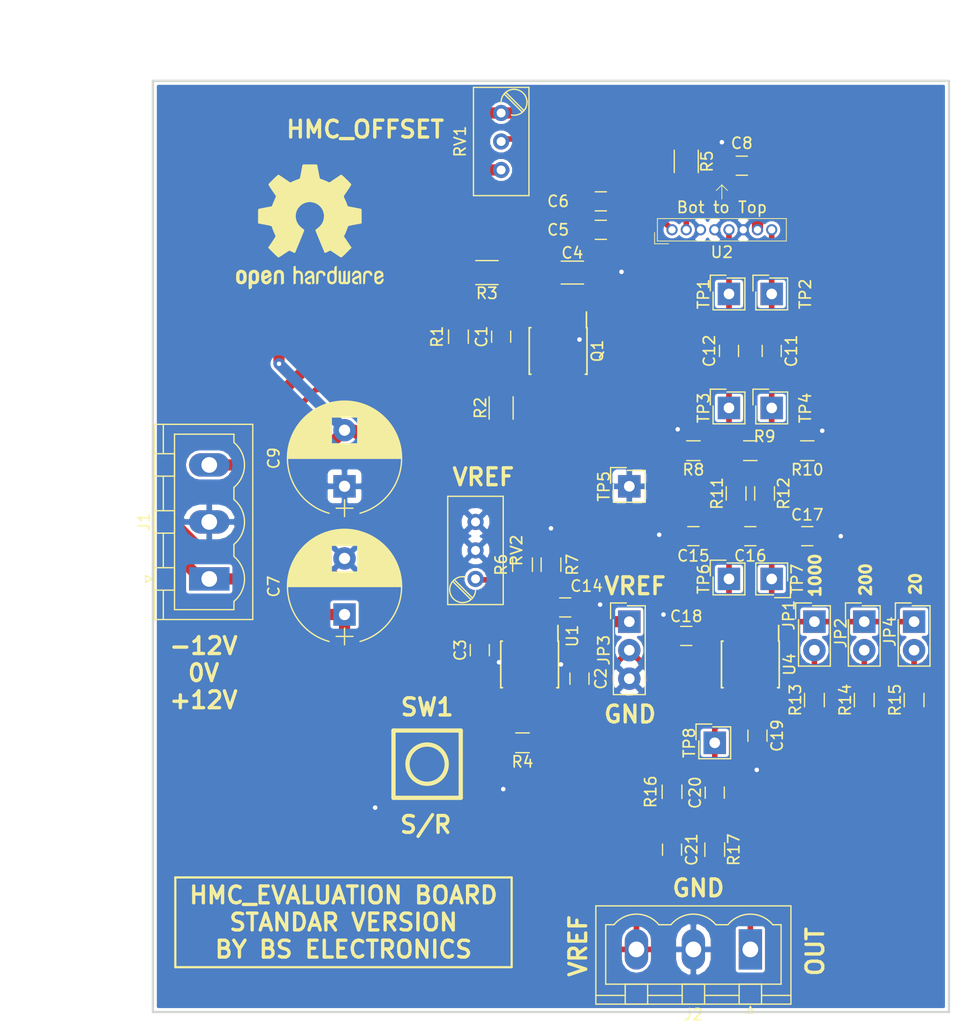
<source format=kicad_pcb>
(kicad_pcb (version 20171130) (host pcbnew "(5.0.2)-1")
  (layers (0 F.Cu signal) (31 B.Cu signal) (34 B.Paste user) (35 F.Paste user) (36 B.SilkS user) (37 F.SilkS user) (38 B.Mask user) (39 F.Mask user) (44 Edge.Cuts user))
  (net 0 "")
  (net 1 "Net-(C1-Pad2)")
  (net 2 "Net-(C1-Pad1)")
  (net 3 +12V)
  (net 4 GNDA)
  (net 5 -12V)
  (net 6 "Net-(C4-Pad1)")
  (net 7 "Net-(C5-Pad1)")
  (net 8 "Net-(C5-Pad2)")
  (net 9 "Net-(C11-Pad1)")
  (net 10 "Net-(C11-Pad2)")
  (net 11 "Net-(C12-Pad2)")
  (net 12 "Net-(C12-Pad1)")
  (net 13 "Net-(C14-Pad2)")
  (net 14 "Net-(C15-Pad1)")
  (net 15 "Net-(C16-Pad1)")
  (net 16 "Net-(C20-Pad1)")
  (net 17 "Net-(C20-Pad2)")
  (net 18 "Net-(C21-Pad1)")
  (net 19 "Net-(C21-Pad2)")
  (net 20 "Net-(JP1-Pad2)")
  (net 21 "Net-(JP1-Pad1)")
  (net 22 "Net-(JP2-Pad2)")
  (net 23 "Net-(JP3-Pad1)")
  (net 24 "Net-(JP4-Pad2)")
  (net 25 "Net-(R2-Pad1)")
  (net 26 "Net-(R4-Pad2)")
  (net 27 "Net-(R5-Pad2)")
  (net 28 "Net-(R5-Pad1)")
  (net 29 "Net-(R13-Pad1)")
  (module Capacitors_SMD:C_0805_HandSoldering (layer F.Cu) (at 134.493 34.29 180)
    (fp_text reference C8 (at 0 2 180) (layer F.SilkS))
    (fp_text value 100nF)
    (pad 1 smd rect (at -1.25 0 180) (size 1.5 1.25) (layers F.Cu F.Paste F.Mask) (net 3 +12V))
    (pad 2 smd rect (at 1.25 0 180) (size 1.5 1.25) (layers F.Cu F.Paste F.Mask) (net 4 GNDA))
  )
  (module Resistors_SMD:R_1206_HandSoldering (layer F.Cu) (at 129.54 33.909 270)
    (fp_text reference R5 (at 0 -1.85 270) (layer F.SilkS))
    (fp_text value 499R)
    (pad 2 smd rect (at 2 0 270) (size 2 1.7) (layers F.Cu F.Paste F.Mask) (net 27 "Net-(R5-Pad2)"))
    (pad 1 smd rect (at -2 0 270) (size 2 1.7) (layers F.Cu F.Paste F.Mask) (net 28 "Net-(R5-Pad1)"))
  )
  (module Potentiometers:Potentiometer_Trimmer_Bourns_3296W (layer F.Cu) (at 113.03 29.591 90)
    (fp_text reference RV1 (at -2.54 -3.66 90) (layer F.SilkS))
    (fp_text value R_POT)
    (pad 3 thru_hole circle (at -5.08 0 90) (size 1.44 1.44) (drill 0.8) (layers *.Cu *.Mask) (net 5 -12V))
    (pad 2 thru_hole circle (at -2.54 0 90) (size 1.44 1.44) (drill 0.8) (layers *.Cu *.Mask) (net 28 "Net-(R5-Pad1)"))
    (pad 1 thru_hole circle (at 0 0 90) (size 1.44 1.44) (drill 0.8) (layers *.Cu *.Mask) (net 3 +12V))
  )
  (module Capacitors_SMD:C_0805_HandSoldering (layer F.Cu) (at 113.03 49.53 90)
    (fp_text reference C1 (at 0 -1.75 90) (layer F.SilkS))
    (fp_text value 100nF)
    (pad 2 smd rect (at 1.25 0 90) (size 1.5 1.25) (layers F.Cu F.Paste F.Mask) (net 1 "Net-(C1-Pad2)"))
    (pad 1 smd rect (at -1.25 0 90) (size 1.5 1.25) (layers F.Cu F.Paste F.Mask) (net 2 "Net-(C1-Pad1)"))
  )
  (module Capacitors_SMD:C_0805_HandSoldering (layer F.Cu) (at 120.015 80.01 90)
    (fp_text reference C2 (at 0 1.905 90) (layer F.SilkS))
    (fp_text value 100nF)
    (pad 1 smd rect (at -1.25 0 90) (size 1.5 1.25) (layers F.Cu F.Paste F.Mask) (net 3 +12V))
    (pad 2 smd rect (at 1.25 0 90) (size 1.5 1.25) (layers F.Cu F.Paste F.Mask) (net 4 GNDA))
  )
  (module Capacitors_SMD:C_0805_HandSoldering (layer F.Cu) (at 111.125 77.47 90)
    (fp_text reference C3 (at 0 -1.75 90) (layer F.SilkS))
    (fp_text value 100nF)
    (pad 2 smd rect (at 1.25 0 90) (size 1.5 1.25) (layers F.Cu F.Paste F.Mask) (net 5 -12V))
    (pad 1 smd rect (at -1.25 0 90) (size 1.5 1.25) (layers F.Cu F.Paste F.Mask) (net 4 GNDA))
  )
  (module Capacitors_SMD:C_1206_HandSoldering (layer F.Cu) (at 119.38 43.815)
    (fp_text reference C4 (at 0 -1.75) (layer F.SilkS))
    (fp_text value "10uF 25V")
    (pad 2 smd rect (at 2 0) (size 2 1.6) (layers F.Cu F.Paste F.Mask) (net 4 GNDA))
    (pad 1 smd rect (at -2 0) (size 2 1.6) (layers F.Cu F.Paste F.Mask) (net 6 "Net-(C4-Pad1)"))
  )
  (module Capacitors_SMD:C_0805_HandSoldering (layer F.Cu) (at 121.92 40.005 180)
    (fp_text reference C5 (at 3.81 0 180) (layer F.SilkS))
    (fp_text value 470nF)
    (pad 1 smd rect (at -1.25 0 180) (size 1.5 1.25) (layers F.Cu F.Paste F.Mask) (net 7 "Net-(C5-Pad1)"))
    (pad 2 smd rect (at 1.25 0 180) (size 1.5 1.25) (layers F.Cu F.Paste F.Mask) (net 8 "Net-(C5-Pad2)"))
  )
  (module Capacitors_SMD:C_0805_HandSoldering (layer F.Cu) (at 121.92 37.465 180)
    (fp_text reference C6 (at 3.81 0 180) (layer F.SilkS))
    (fp_text value 470nF)
    (pad 2 smd rect (at 1.25 0 180) (size 1.5 1.25) (layers F.Cu F.Paste F.Mask) (net 8 "Net-(C5-Pad2)"))
    (pad 1 smd rect (at -1.25 0 180) (size 1.5 1.25) (layers F.Cu F.Paste F.Mask) (net 7 "Net-(C5-Pad1)"))
  )
  (module Capacitors_THT:CP_Radial_D10.0mm_P5.00mm (layer F.Cu) (at 99.06 74.295 90)
    (fp_text reference C7 (at 2.5 -6.31 90) (layer F.SilkS))
    (fp_text value "100uF 25V")
    (pad 2 thru_hole circle (at 5 0 90) (size 2 2) (drill 1) (layers *.Cu *.Mask) (net 4 GNDA))
    (pad 1 thru_hole rect (at 0 0 90) (size 2 2) (drill 1) (layers *.Cu *.Mask) (net 3 +12V))
  )
  (module Capacitors_THT:CP_Radial_D10.0mm_P5.00mm (layer F.Cu) (at 99.06 62.865 90)
    (fp_text reference C9 (at 2.5 -6.31 90) (layer F.SilkS))
    (fp_text value "100uF 25V")
    (pad 1 thru_hole rect (at 0 0 90) (size 2 2) (drill 1) (layers *.Cu *.Mask) (net 4 GNDA))
    (pad 2 thru_hole circle (at 5 0 90) (size 2 2) (drill 1) (layers *.Cu *.Mask) (net 5 -12V))
  )
  (module Capacitors_SMD:C_0805_HandSoldering (layer F.Cu) (at 137.16 50.8 270)
    (fp_text reference C11 (at 0 -1.75 270) (layer F.SilkS))
    (fp_text value TBD)
    (pad 1 smd rect (at -1.25 0 270) (size 1.5 1.25) (layers F.Cu F.Paste F.Mask) (net 9 "Net-(C11-Pad1)"))
    (pad 2 smd rect (at 1.25 0 270) (size 1.5 1.25) (layers F.Cu F.Paste F.Mask) (net 10 "Net-(C11-Pad2)"))
  )
  (module Capacitors_SMD:C_0805_HandSoldering (layer F.Cu) (at 133.35 50.8 90)
    (fp_text reference C12 (at 0 -1.75 90) (layer F.SilkS))
    (fp_text value TBD)
    (pad 2 smd rect (at 1.25 0 90) (size 1.5 1.25) (layers F.Cu F.Paste F.Mask) (net 11 "Net-(C12-Pad2)"))
    (pad 1 smd rect (at -1.25 0 90) (size 1.5 1.25) (layers F.Cu F.Paste F.Mask) (net 12 "Net-(C12-Pad1)"))
  )
  (module Capacitors_SMD:C_0805_HandSoldering (layer F.Cu) (at 118.745 73.66 180)
    (fp_text reference C14 (at -1.905 1.905 180) (layer F.SilkS))
    (fp_text value 100nF)
    (pad 2 smd rect (at 1.25 0 180) (size 1.5 1.25) (layers F.Cu F.Paste F.Mask) (net 13 "Net-(C14-Pad2)"))
    (pad 1 smd rect (at -1.25 0 180) (size 1.5 1.25) (layers F.Cu F.Paste F.Mask) (net 4 GNDA))
  )
  (module Capacitors_SMD:C_0805_HandSoldering (layer F.Cu) (at 130.175 67.31 180)
    (fp_text reference C15 (at 0 -1.75 180) (layer F.SilkS))
    (fp_text value TBD)
    (pad 1 smd rect (at -1.25 0 180) (size 1.5 1.25) (layers F.Cu F.Paste F.Mask) (net 14 "Net-(C15-Pad1)"))
    (pad 2 smd rect (at 1.25 0 180) (size 1.5 1.25) (layers F.Cu F.Paste F.Mask) (net 4 GNDA))
  )
  (module Capacitors_SMD:C_0805_HandSoldering (layer F.Cu) (at 135.255 67.31 180)
    (fp_text reference C16 (at 0 -1.75 180) (layer F.SilkS))
    (fp_text value TBD)
    (pad 2 smd rect (at 1.25 0 180) (size 1.5 1.25) (layers F.Cu F.Paste F.Mask) (net 14 "Net-(C15-Pad1)"))
    (pad 1 smd rect (at -1.25 0 180) (size 1.5 1.25) (layers F.Cu F.Paste F.Mask) (net 15 "Net-(C16-Pad1)"))
  )
  (module Capacitors_SMD:C_0805_HandSoldering (layer F.Cu) (at 140.335 67.31 180)
    (fp_text reference C17 (at 0 1.905 180) (layer F.SilkS))
    (fp_text value TBD)
    (pad 2 smd rect (at 1.25 0 180) (size 1.5 1.25) (layers F.Cu F.Paste F.Mask) (net 15 "Net-(C16-Pad1)"))
    (pad 1 smd rect (at -1.25 0 180) (size 1.5 1.25) (layers F.Cu F.Paste F.Mask) (net 4 GNDA))
  )
  (module Capacitors_SMD:C_0805_HandSoldering (layer F.Cu) (at 129.54 76.2)
    (fp_text reference C18 (at 0 -1.75) (layer F.SilkS))
    (fp_text value 100nF)
    (pad 1 smd rect (at -1.25 0) (size 1.5 1.25) (layers F.Cu F.Paste F.Mask) (net 4 GNDA))
    (pad 2 smd rect (at 1.25 0) (size 1.5 1.25) (layers F.Cu F.Paste F.Mask) (net 5 -12V))
  )
  (module Capacitors_SMD:C_0805_HandSoldering (layer F.Cu) (at 135.89 85.09 270)
    (fp_text reference C19 (at 0 -1.75 270) (layer F.SilkS))
    (fp_text value 100nF)
    (pad 2 smd rect (at 1.25 0 270) (size 1.5 1.25) (layers F.Cu F.Paste F.Mask) (net 4 GNDA))
    (pad 1 smd rect (at -1.25 0 270) (size 1.5 1.25) (layers F.Cu F.Paste F.Mask) (net 3 +12V))
  )
  (module Capacitors_SMD:C_0805_HandSoldering (layer F.Cu) (at 132.08 90.17 90)
    (fp_text reference C20 (at 0 -1.75 90) (layer F.SilkS))
    (fp_text value TBD)
    (pad 1 smd rect (at -1.25 0 90) (size 1.5 1.25) (layers F.Cu F.Paste F.Mask) (net 16 "Net-(C20-Pad1)"))
    (pad 2 smd rect (at 1.25 0 90) (size 1.5 1.25) (layers F.Cu F.Paste F.Mask) (net 17 "Net-(C20-Pad2)"))
  )
  (module Capacitors_SMD:C_0805_HandSoldering (layer F.Cu) (at 128.27 95.25 270)
    (fp_text reference C21 (at 0 -1.75 270) (layer F.SilkS))
    (fp_text value TBD)
    (pad 1 smd rect (at -1.25 0 270) (size 1.5 1.25) (layers F.Cu F.Paste F.Mask) (net 18 "Net-(C21-Pad1)"))
    (pad 2 smd rect (at 1.25 0 270) (size 1.5 1.25) (layers F.Cu F.Paste F.Mask) (net 19 "Net-(C21-Pad2)"))
  )
  (module Connectors_Phoenix:PhoenixContact_MSTBVA-G_03x5.08mm_Vertical (layer F.Cu) (at 86.995 71.12 90)
    (fp_text reference J1 (at 5.08 -5.8 90) (layer F.SilkS))
    (fp_text value Conn_01x03)
    (pad 3 thru_hole oval (at 10.16 0 90) (size 2.08 3.6) (drill 1.4) (layers *.Cu *.Mask) (net 5 -12V))
    (pad 2 thru_hole oval (at 5.08 0 90) (size 2.08 3.6) (drill 1.4) (layers *.Cu *.Mask) (net 4 GNDA))
    (pad 1 thru_hole rect (at 0 0 90) (size 2.08 3.6) (drill 1.4) (layers *.Cu *.Mask) (net 3 +12V))
  )
  (module Connectors_Phoenix:PhoenixContact_MSTBVA-G_03x5.08mm_Vertical (layer F.Cu) (at 135.255 104.14 180)
    (fp_text reference J2 (at 5.08 -5.8 180) (layer F.SilkS))
    (fp_text value Conn_01x03)
    (pad 1 thru_hole rect (at 0 0 180) (size 2.08 3.6) (drill 1.4) (layers *.Cu *.Mask) (net 19 "Net-(C21-Pad2)"))
    (pad 2 thru_hole oval (at 5.08 0 180) (size 2.08 3.6) (drill 1.4) (layers *.Cu *.Mask) (net 4 GNDA))
    (pad 3 thru_hole oval (at 10.16 0 180) (size 2.08 3.6) (drill 1.4) (layers *.Cu *.Mask) (net 18 "Net-(C21-Pad1)"))
  )
  (module Connectors_Samtec:SL-102-X-XX_1x02 (layer F.Cu) (at 140.97 74.93)
    (fp_text reference JP1 (at -2.286 -0.5715 90) (layer F.SilkS))
    (fp_text value Jumper)
    (pad 2 thru_hole circle (at 0 2.54) (size 2 2) (drill 0.95) (layers *.Cu *.Mask) (net 20 "Net-(JP1-Pad2)"))
    (pad 1 thru_hole rect (at 0 0) (size 2 2) (drill 0.95) (layers *.Cu *.Mask) (net 21 "Net-(JP1-Pad1)"))
  )
  (module Connectors_Samtec:SL-102-X-XX_1x02 (layer F.Cu) (at 145.415 74.93)
    (fp_text reference JP2 (at -2.0955 1.016 90) (layer F.SilkS))
    (fp_text value Jumper)
    (pad 1 thru_hole rect (at 0 0) (size 2 2) (drill 0.95) (layers *.Cu *.Mask) (net 21 "Net-(JP1-Pad1)"))
    (pad 2 thru_hole circle (at 0 2.54) (size 2 2) (drill 0.95) (layers *.Cu *.Mask) (net 22 "Net-(JP2-Pad2)"))
  )
  (module Connectors_Samtec:SL-103-X-XX_1x03 (layer F.Cu) (at 124.46 74.93)
    (fp_text reference JP3 (at -2.27 2.54 90) (layer F.SilkS))
    (fp_text value Jumper_NC_Dual)
    (pad 3 thru_hole circle (at 0 5.08) (size 2 2) (drill 0.95) (layers *.Cu *.Mask) (net 4 GNDA))
    (pad 2 thru_hole circle (at 0 2.54) (size 2 2) (drill 0.95) (layers *.Cu *.Mask) (net 18 "Net-(C21-Pad1)"))
    (pad 1 thru_hole rect (at 0 0) (size 2 2) (drill 0.95) (layers *.Cu *.Mask) (net 23 "Net-(JP3-Pad1)"))
  )
  (module Connectors_Samtec:SL-102-X-XX_1x02 (layer F.Cu) (at 149.86 74.93)
    (fp_text reference JP4 (at -2.159 0.889 90) (layer F.SilkS))
    (fp_text value Jumper)
    (pad 2 thru_hole circle (at 0 2.54) (size 2 2) (drill 0.95) (layers *.Cu *.Mask) (net 24 "Net-(JP4-Pad2)"))
    (pad 1 thru_hole rect (at 0 0) (size 2 2) (drill 0.95) (layers *.Cu *.Mask) (net 21 "Net-(JP1-Pad1)"))
  )
  (module Housings_SOIC:SOIC-8_3.9x4.9mm_Pitch1.27mm (layer F.Cu) (at 118.11 50.8 270)
    (fp_text reference Q1 (at 0 -3.5 270) (layer F.SilkS))
    (fp_text value IRF7319IPBF)
    (pad 8 smd rect (at 2.7 -1.905 270) (size 1.55 0.6) (layers F.Cu F.Paste F.Mask) (net 8 "Net-(C5-Pad2)"))
    (pad 7 smd rect (at 2.7 -0.635 270) (size 1.55 0.6) (layers F.Cu F.Paste F.Mask) (net 8 "Net-(C5-Pad2)"))
    (pad 6 smd rect (at 2.7 0.635 270) (size 1.55 0.6) (layers F.Cu F.Paste F.Mask) (net 8 "Net-(C5-Pad2)"))
    (pad 5 smd rect (at 2.7 1.905 270) (size 1.55 0.6) (layers F.Cu F.Paste F.Mask) (net 8 "Net-(C5-Pad2)"))
    (pad 4 smd rect (at -2.7 1.905 270) (size 1.55 0.6) (layers F.Cu F.Paste F.Mask) (net 1 "Net-(C1-Pad2)"))
    (pad 3 smd rect (at -2.7 0.635 270) (size 1.55 0.6) (layers F.Cu F.Paste F.Mask) (net 6 "Net-(C4-Pad1)"))
    (pad 2 smd rect (at -2.7 -0.635 270) (size 1.55 0.6) (layers F.Cu F.Paste F.Mask) (net 2 "Net-(C1-Pad1)"))
    (pad 1 smd rect (at -2.7 -1.905 270) (size 1.55 0.6) (layers F.Cu F.Paste F.Mask) (net 4 GNDA))
  )
  (module Resistors_SMD:R_0805_HandSoldering (layer F.Cu) (at 109.22 49.53 270)
    (fp_text reference R1 (at 0 1.905 270) (layer F.SilkS))
    (fp_text value 22K)
    (pad 2 smd rect (at 1.35 0 270) (size 1.5 1.3) (layers F.Cu F.Paste F.Mask) (net 3 +12V))
    (pad 1 smd rect (at -1.35 0 270) (size 1.5 1.3) (layers F.Cu F.Paste F.Mask) (net 1 "Net-(C1-Pad2)"))
  )
  (module Resistors_SMD:R_1206_HandSoldering (layer F.Cu) (at 113.03 55.88 90)
    (fp_text reference R2 (at 0 -1.85 90) (layer F.SilkS))
    (fp_text value 100R)
    (pad 2 smd rect (at 2 0 90) (size 2 1.7) (layers F.Cu F.Paste F.Mask) (net 2 "Net-(C1-Pad1)"))
    (pad 1 smd rect (at -2 0 90) (size 2 1.7) (layers F.Cu F.Paste F.Mask) (net 25 "Net-(R2-Pad1)"))
  )
  (module Resistors_SMD:R_1206_HandSoldering (layer F.Cu) (at 111.76 43.815 180)
    (fp_text reference R3 (at 0 -1.85 180) (layer F.SilkS))
    (fp_text value 200R)
    (pad 1 smd rect (at -2 0 180) (size 2 1.7) (layers F.Cu F.Paste F.Mask) (net 6 "Net-(C4-Pad1)"))
    (pad 2 smd rect (at 2 0 180) (size 2 1.7) (layers F.Cu F.Paste F.Mask) (net 3 +12V))
  )
  (module Resistors_SMD:R_0805_HandSoldering (layer F.Cu) (at 114.935 85.725 180)
    (fp_text reference R4 (at 0 -1.7 180) (layer F.SilkS))
    (fp_text value 1K)
    (pad 2 smd rect (at 1.35 0 180) (size 1.5 1.3) (layers F.Cu F.Paste F.Mask) (net 26 "Net-(R4-Pad2)"))
    (pad 1 smd rect (at -1.35 0 180) (size 1.5 1.3) (layers F.Cu F.Paste F.Mask) (net 3 +12V))
  )
  (module Resistors_SMD:R_0805_HandSoldering (layer F.Cu) (at 114.935 69.85 270)
    (fp_text reference R6 (at 0 1.905 270) (layer F.SilkS))
    (fp_text value R)
    (pad 1 smd rect (at -1.35 0 270) (size 1.5 1.3) (layers F.Cu F.Paste F.Mask) (net 3 +12V))
    (pad 2 smd rect (at 1.35 0 270) (size 1.5 1.3) (layers F.Cu F.Paste F.Mask) (net 13 "Net-(C14-Pad2)"))
  )
  (module Resistors_SMD:R_0805_HandSoldering (layer F.Cu) (at 117.475 69.85 90)
    (fp_text reference R7 (at 0 1.905 90) (layer F.SilkS))
    (fp_text value R)
    (pad 2 smd rect (at 1.35 0 90) (size 1.5 1.3) (layers F.Cu F.Paste F.Mask) (net 4 GNDA))
    (pad 1 smd rect (at -1.35 0 90) (size 1.5 1.3) (layers F.Cu F.Paste F.Mask) (net 13 "Net-(C14-Pad2)"))
  )
  (module Resistors_SMD:R_0805_HandSoldering (layer F.Cu) (at 130.175 59.69 180)
    (fp_text reference R8 (at 0 -1.7 180) (layer F.SilkS))
    (fp_text value R)
    (pad 1 smd rect (at -1.35 0 180) (size 1.5 1.3) (layers F.Cu F.Paste F.Mask) (net 12 "Net-(C12-Pad1)"))
    (pad 2 smd rect (at 1.35 0 180) (size 1.5 1.3) (layers F.Cu F.Paste F.Mask) (net 4 GNDA))
  )
  (module Resistors_SMD:R_0805_HandSoldering (layer F.Cu) (at 135.255 59.69 180)
    (fp_text reference R9 (at -1.27 1.27 180) (layer F.SilkS))
    (fp_text value R)
    (pad 1 smd rect (at -1.35 0 180) (size 1.5 1.3) (layers F.Cu F.Paste F.Mask) (net 10 "Net-(C11-Pad2)"))
    (pad 2 smd rect (at 1.35 0 180) (size 1.5 1.3) (layers F.Cu F.Paste F.Mask) (net 12 "Net-(C12-Pad1)"))
  )
  (module Resistors_SMD:R_0805_HandSoldering (layer F.Cu) (at 140.335 59.69 180)
    (fp_text reference R10 (at 0 -1.7 180) (layer F.SilkS))
    (fp_text value R)
    (pad 2 smd rect (at 1.35 0 180) (size 1.5 1.3) (layers F.Cu F.Paste F.Mask) (net 10 "Net-(C11-Pad2)"))
    (pad 1 smd rect (at -1.35 0 180) (size 1.5 1.3) (layers F.Cu F.Paste F.Mask) (net 4 GNDA))
  )
  (module Resistors_SMD:R_0805_HandSoldering (layer F.Cu) (at 133.985 63.5 90)
    (fp_text reference R11 (at 0 -1.7 90) (layer F.SilkS))
    (fp_text value R)
    (pad 2 smd rect (at 1.35 0 90) (size 1.5 1.3) (layers F.Cu F.Paste F.Mask) (net 12 "Net-(C12-Pad1)"))
    (pad 1 smd rect (at -1.35 0 90) (size 1.5 1.3) (layers F.Cu F.Paste F.Mask) (net 14 "Net-(C15-Pad1)"))
  )
  (module Resistors_SMD:R_0805_HandSoldering (layer F.Cu) (at 136.525 63.5 270)
    (fp_text reference R12 (at 0 -1.7 270) (layer F.SilkS))
    (fp_text value R)
    (pad 1 smd rect (at -1.35 0 270) (size 1.5 1.3) (layers F.Cu F.Paste F.Mask) (net 10 "Net-(C11-Pad2)"))
    (pad 2 smd rect (at 1.35 0 270) (size 1.5 1.3) (layers F.Cu F.Paste F.Mask) (net 15 "Net-(C16-Pad1)"))
  )
  (module Resistors_SMD:R_0805_HandSoldering (layer F.Cu) (at 140.97 81.915 90)
    (fp_text reference R13 (at 0 -1.7 90) (layer F.SilkS))
    (fp_text value 49.9)
    (pad 1 smd rect (at -1.35 0 90) (size 1.5 1.3) (layers F.Cu F.Paste F.Mask) (net 29 "Net-(R13-Pad1)"))
    (pad 2 smd rect (at 1.35 0 90) (size 1.5 1.3) (layers F.Cu F.Paste F.Mask) (net 20 "Net-(JP1-Pad2)"))
  )
  (module Resistors_SMD:R_0805_HandSoldering (layer F.Cu) (at 145.415 81.915 90)
    (fp_text reference R14 (at 0 -1.7 90) (layer F.SilkS))
    (fp_text value 249)
    (pad 1 smd rect (at -1.35 0 90) (size 1.5 1.3) (layers F.Cu F.Paste F.Mask) (net 29 "Net-(R13-Pad1)"))
    (pad 2 smd rect (at 1.35 0 90) (size 1.5 1.3) (layers F.Cu F.Paste F.Mask) (net 22 "Net-(JP2-Pad2)"))
  )
  (module Resistors_SMD:R_0805_HandSoldering (layer F.Cu) (at 149.86 81.915 90)
    (fp_text reference R15 (at 0 -1.7 90) (layer F.SilkS))
    (fp_text value 2.61k)
    (pad 2 smd rect (at 1.35 0 90) (size 1.5 1.3) (layers F.Cu F.Paste F.Mask) (net 24 "Net-(JP4-Pad2)"))
    (pad 1 smd rect (at -1.35 0 90) (size 1.5 1.3) (layers F.Cu F.Paste F.Mask) (net 29 "Net-(R13-Pad1)"))
  )
  (module Resistors_SMD:R_0805_HandSoldering (layer F.Cu) (at 128.27 90.09 270)
    (fp_text reference R16 (at 0 1.905 270) (layer F.SilkS))
    (fp_text value R)
    (pad 2 smd rect (at 1.35 0 270) (size 1.5 1.3) (layers F.Cu F.Paste F.Mask) (net 16 "Net-(C20-Pad1)"))
    (pad 1 smd rect (at -1.35 0 270) (size 1.5 1.3) (layers F.Cu F.Paste F.Mask) (net 18 "Net-(C21-Pad1)"))
  )
  (module Resistors_SMD:R_0805_HandSoldering (layer F.Cu) (at 132.08 95.25 270)
    (fp_text reference R17 (at 0 -1.7 270) (layer F.SilkS))
    (fp_text value R)
    (pad 1 smd rect (at -1.35 0 270) (size 1.5 1.3) (layers F.Cu F.Paste F.Mask) (net 16 "Net-(C20-Pad1)"))
    (pad 2 smd rect (at 1.35 0 270) (size 1.5 1.3) (layers F.Cu F.Paste F.Mask) (net 19 "Net-(C21-Pad2)"))
  )
  (module Potentiometers:Potentiometer_Trimmer_Bourns_3296W (layer F.Cu) (at 110.744 71.12 270)
    (fp_text reference RV2 (at -2.54 -3.66 270) (layer F.SilkS))
    (fp_text value R_POT)
    (pad 1 thru_hole circle (at 0 0 270) (size 1.44 1.44) (drill 0.8) (layers *.Cu *.Mask) (net 13 "Net-(C14-Pad2)"))
    (pad 2 thru_hole circle (at -2.54 0 270) (size 1.44 1.44) (drill 0.8) (layers *.Cu *.Mask) (net 4 GNDA))
    (pad 3 thru_hole circle (at -5.08 0 270) (size 1.44 1.44) (drill 0.8) (layers *.Cu *.Mask) (net 4 GNDA))
  )
  (module airsystems:FSM2JSMA (layer F.Cu) (at 106.426 87.63 270)
    (fp_text reference SW1 (at -5.08 0) (layer F.SilkS) (effects (font (size 1.524 1.524) (thickness 0.3048))))
    (fp_text value SW_Push hide)
    (pad 1 smd rect (at -2.25044 -4.54914 270) (size 1.39954 2.10058) (layers F.Cu F.Paste F.Mask) (net 26 "Net-(R4-Pad2)"))
    (pad 2 smd rect (at 2.25044 -4.54914 270) (size 1.39954 2.10058) (layers F.Cu F.Paste F.Mask) (net 4 GNDA))
    (pad 1 smd rect (at -2.25044 4.54914 270) (size 1.39954 2.10058) (layers F.Cu F.Paste F.Mask) (net 26 "Net-(R4-Pad2)"))
    (pad 2 smd rect (at 2.25044 4.54914 270) (size 1.39954 2.10058) (layers F.Cu F.Paste F.Mask) (net 4 GNDA))
  )
  (module Connectors_Samtec:SL-101-X-XX_1x01 (layer F.Cu) (at 133.35 45.72)
    (fp_text reference TP1 (at -2.27 0 90) (layer F.SilkS))
    (fp_text value TestPoint)
    (pad 1 thru_hole rect (at 0 0) (size 2 2) (drill 0.95) (layers *.Cu *.Mask) (net 11 "Net-(C12-Pad2)"))
  )
  (module Connectors_Samtec:SL-101-X-XX_1x01 (layer F.Cu) (at 137.16 45.72)
    (fp_text reference TP2 (at 3 0 90) (layer F.SilkS))
    (fp_text value TestPoint)
    (pad 1 thru_hole rect (at 0 0) (size 2 2) (drill 0.95) (layers *.Cu *.Mask) (net 9 "Net-(C11-Pad1)"))
  )
  (module Connectors_Samtec:SL-101-X-XX_1x01 (layer F.Cu) (at 133.35 55.88)
    (fp_text reference TP3 (at -2.27 0 90) (layer F.SilkS))
    (fp_text value TestPoint)
    (pad 1 thru_hole rect (at 0 0) (size 2 2) (drill 0.95) (layers *.Cu *.Mask) (net 12 "Net-(C12-Pad1)"))
  )
  (module Connectors_Samtec:SL-101-X-XX_1x01 (layer F.Cu) (at 137.16 55.88)
    (fp_text reference TP4 (at 3 0 90) (layer F.SilkS))
    (fp_text value TestPoint)
    (pad 1 thru_hole rect (at 0 0) (size 2 2) (drill 0.95) (layers *.Cu *.Mask) (net 10 "Net-(C11-Pad2)"))
  )
  (module Connectors_Samtec:SL-101-X-XX_1x01 (layer F.Cu) (at 124.46 62.865)
    (fp_text reference TP5 (at -2.27 0 90) (layer F.SilkS))
    (fp_text value TestPoint)
    (pad 1 thru_hole rect (at 0 0) (size 2 2) (drill 0.95) (layers *.Cu *.Mask) (net 4 GNDA))
  )
  (module Connectors_Samtec:SL-101-X-XX_1x01 (layer F.Cu) (at 133.35 71.12)
    (fp_text reference TP6 (at -2.27 0 90) (layer F.SilkS))
    (fp_text value TestPoint)
    (pad 1 thru_hole rect (at 0 0) (size 2 2) (drill 0.95) (layers *.Cu *.Mask) (net 14 "Net-(C15-Pad1)"))
  )
  (module Connectors_Samtec:SL-101-X-XX_1x01 (layer F.Cu) (at 137.16 71.12 180)
    (fp_text reference TP7 (at -2.27 0 270) (layer F.SilkS))
    (fp_text value TestPoint)
    (pad 1 thru_hole rect (at 0 0 180) (size 2 2) (drill 0.95) (layers *.Cu *.Mask) (net 15 "Net-(C16-Pad1)"))
  )
  (module Connectors_Samtec:SL-101-X-XX_1x01 (layer F.Cu) (at 132.08 85.725)
    (fp_text reference TP8 (at -2.27 0 90) (layer F.SilkS))
    (fp_text value TestPoint)
    (pad 1 thru_hole rect (at 0 0) (size 2 2) (drill 0.95) (layers *.Cu *.Mask) (net 17 "Net-(C20-Pad2)"))
  )
  (module Housings_SOIC:SOIC-8_3.9x4.9mm_Pitch1.27mm (layer F.Cu) (at 115.57 78.74 270)
    (fp_text reference U1 (at -2.54 -3.81 270) (layer F.SilkS))
    (fp_text value OPA2209)
    (pad 1 smd rect (at -2.7 -1.905 270) (size 1.55 0.6) (layers F.Cu F.Paste F.Mask) (net 23 "Net-(JP3-Pad1)"))
    (pad 2 smd rect (at -2.7 -0.635 270) (size 1.55 0.6) (layers F.Cu F.Paste F.Mask) (net 23 "Net-(JP3-Pad1)"))
    (pad 3 smd rect (at -2.7 0.635 270) (size 1.55 0.6) (layers F.Cu F.Paste F.Mask) (net 13 "Net-(C14-Pad2)"))
    (pad 4 smd rect (at -2.7 1.905 270) (size 1.55 0.6) (layers F.Cu F.Paste F.Mask) (net 5 -12V))
    (pad 5 smd rect (at 2.7 1.905 270) (size 1.55 0.6) (layers F.Cu F.Paste F.Mask) (net 26 "Net-(R4-Pad2)"))
    (pad 6 smd rect (at 2.7 0.635 270) (size 1.55 0.6) (layers F.Cu F.Paste F.Mask) (net 25 "Net-(R2-Pad1)"))
    (pad 7 smd rect (at 2.7 -0.635 270) (size 1.55 0.6) (layers F.Cu F.Paste F.Mask) (net 25 "Net-(R2-Pad1)"))
    (pad 8 smd rect (at 2.7 -1.905 270) (size 1.55 0.6) (layers F.Cu F.Paste F.Mask) (net 3 +12V))
  )
  (module MyLibKicad:HCM1001 (layer F.Cu) (at 132.715 40)
    (fp_text reference U2 (at 0 2) (layer F.SilkS))
    (fp_text value HMC1001)
    (fp_text user "Bot to Top" (at 0 -2) (layer F.SilkS))
    (pad 1 thru_hole circle (at -4.445 0) (size 1 1) (drill 0.65) (layers *.Cu *.Mask) (net 7 "Net-(C5-Pad1)"))
    (pad 2 thru_hole circle (at -3.175 0) (size 1 1) (drill 0.65) (layers *.Cu *.Mask) (net 27 "Net-(R5-Pad2)"))
    (pad 3 thru_hole circle (at -1.905 0) (size 1 1) (drill 0.65) (layers *.Cu *.Mask) (net 4 GNDA))
    (pad 4 thru_hole circle (at -0.635 0) (size 1 1) (drill 0.65) (layers *.Cu *.Mask) (net 4 GNDA))
    (pad 5 thru_hole circle (at 0.635 0) (size 1 1) (drill 0.65) (layers *.Cu *.Mask) (net 11 "Net-(C12-Pad2)"))
    (pad 6 thru_hole circle (at 1.905 0) (size 1 1) (drill 0.65) (layers *.Cu *.Mask) (net 4 GNDA))
    (pad 7 thru_hole circle (at 3.175 0) (size 1 1) (drill 0.65) (layers *.Cu *.Mask) (net 3 +12V))
    (pad 8 thru_hole circle (at 4.445 0) (size 1 1) (drill 0.65) (layers *.Cu *.Mask) (net 9 "Net-(C11-Pad1)"))
  )
  (module Housings_SOIC:SOIC-8_3.9x4.9mm_Pitch1.27mm (layer F.Cu) (at 135.255 78.74 270)
    (fp_text reference U4 (at 0 -3.5 90) (layer F.SilkS))
    (fp_text value INA128)
    (pad 8 smd rect (at 2.7 -1.905 270) (size 1.55 0.6) (layers F.Cu F.Paste F.Mask) (net 29 "Net-(R13-Pad1)"))
    (pad 7 smd rect (at 2.7 -0.635 270) (size 1.55 0.6) (layers F.Cu F.Paste F.Mask) (net 3 +12V))
    (pad 6 smd rect (at 2.7 0.635 270) (size 1.55 0.6) (layers F.Cu F.Paste F.Mask) (net 17 "Net-(C20-Pad2)"))
    (pad 5 smd rect (at 2.7 1.905 270) (size 1.55 0.6) (layers F.Cu F.Paste F.Mask) (net 18 "Net-(C21-Pad1)"))
    (pad 4 smd rect (at -2.7 1.905 270) (size 1.55 0.6) (layers F.Cu F.Paste F.Mask) (net 5 -12V))
    (pad 3 smd rect (at -2.7 0.635 270) (size 1.55 0.6) (layers F.Cu F.Paste F.Mask) (net 14 "Net-(C15-Pad1)"))
    (pad 2 smd rect (at -2.7 -0.635 270) (size 1.55 0.6) (layers F.Cu F.Paste F.Mask) (net 15 "Net-(C16-Pad1)"))
    (pad 1 smd rect (at -2.7 -1.905 270) (size 1.55 0.6) (layers F.Cu F.Paste F.Mask) (net 21 "Net-(JP1-Pad1)"))
  )
  (module Symbols:OSHW-Logo2_14.6x12mm_SilkScreen (layer F.Cu) (at 95.967 39.725)
    (fp_text reference REF*** hide)
    (fp_text value OSHW-Logo2_14.6x12mm_SilkScreen hide)
  )
  (gr_line (start 83.967 97.725) (end 84.967 97.725) (layer F.SilkS) (width 0.2))
  (gr_line (start 83.967 105.725) (end 83.967 97.725) (layer F.SilkS) (width 0.2))
  (gr_line (start 113.967 105.725) (end 83.967 105.725) (layer F.SilkS) (width 0.2))
  (gr_line (start 113.967 97.725) (end 113.967 105.725) (layer F.SilkS) (width 0.2))
  (gr_line (start 84.967 97.725) (end 113.967 97.725) (layer F.SilkS) (width 0.2))
  (gr_text "HMC_EVALUATION BOARD\nSTANDAR VERSION\nBY BS ELECTRONICS\n" (at 98.967 101.725) (layer F.SilkS) (effects (font (size 1.5 1.5) (thickness 0.3))))
  (gr_text VREF (at 124.968 71.755) (layer F.SilkS) (effects (font (size 1.5 1.5) (thickness 0.3))))
  (gr_text GND (at 124.5235 83.185) (layer F.SilkS) (effects (font (size 1.5 1.5) (thickness 0.3))))
  (gr_text VREF (at 119.888 103.8225 90) (layer F.SilkS) (effects (font (size 1.5 1.5) (thickness 0.3))))
  (gr_text GND (at 130.6195 98.679) (layer F.SilkS) (effects (font (size 1.5 1.5) (thickness 0.3))))
  (gr_text OUT (at 141.0335 104.3305 90) (layer F.SilkS) (effects (font (size 1.5 1.5) (thickness 0.3))))
  (gr_text VREF (at 111.4425 62.0395) (layer F.SilkS) (effects (font (size 1.5 1.5) (thickness 0.3))))
  (gr_text "-12V\n0V\n+12V" (at 86.487 79.502) (layer F.SilkS) (effects (font (size 1.5 1.5) (thickness 0.3))))
  (gr_text S/R (at 106.299 93.0275) (layer F.SilkS) (effects (font (size 1.5 1.5) (thickness 0.3))))
  (gr_text HMC_OFFSET (at 100.9015 31.0515) (layer F.SilkS) (effects (font (size 1.5 1.5) (thickness 0.3))))
  (gr_text 20 (at 149.987 71.5645 90) (layer F.SilkS) (effects (font (size 1 1) (thickness 0.25))))
  (gr_text 200 (at 145.542 71.1835 90) (layer F.SilkS) (effects (font (size 1 1) (thickness 0.25))))
  (gr_text 1000 (at 141.0335 70.8025 90) (layer F.SilkS) (effects (font (size 1 1) (thickness 0.25))))
  (gr_line (start 81.967 60.725) (end 81.967 109.725) (layer Edge.Cuts) (width 0.2))
  (gr_line (start 152.967 26.725) (end 123.967 26.725) (layer Edge.Cuts) (width 0.2))
  (gr_line (start 152.967 109.725) (end 152.967 26.725) (layer Edge.Cuts) (width 0.2))
  (gr_line (start 124.967 109.725) (end 152.967 109.725) (layer Edge.Cuts) (width 0.2))
  (gr_line (start 124.967 109.725) (end 81.967 109.725) (layer Edge.Cuts) (width 0.2))
  (gr_line (start 81.967 26.725) (end 123.967 26.725) (layer Edge.Cuts) (width 0.2))
  (gr_line (start 81.967 60.725) (end 81.967 26.725) (layer Edge.Cuts) (width 0.2))
  (segment (start 109.32 48.28) (end 109.22 48.18) (width 0.5) (layer F.Cu) (net 1))
  (segment (start 113.03 48.28) (end 109.32 48.28) (width 0.5) (layer F.Cu) (net 1))
  (segment (start 113.21 48.1) (end 113.03 48.28) (width 0.5) (layer F.Cu) (net 1))
  (segment (start 116.205 48.1) (end 113.21 48.1) (width 0.5) (layer F.Cu) (net 1))
  (segment (start 113.03 53.88) (end 113.03 50.78) (width 0.5) (layer F.Cu) (net 2))
  (segment (start 114.155 50.78) (end 114.389 50.546) (width 0.5) (layer F.Cu) (net 2))
  (segment (start 113.03 50.78) (end 114.155 50.78) (width 0.5) (layer F.Cu) (net 2))
  (segment (start 114.389 50.546) (end 117.856 50.546) (width 0.5) (layer F.Cu) (net 2))
  (segment (start 118.745 49.657) (end 118.745 48.1) (width 0.5) (layer F.Cu) (net 2))
  (segment (start 117.856 50.546) (end 118.745 49.657) (width 0.5) (layer F.Cu) (net 2))
  (segment (start 135.89 40) (end 135.89 37.211) (width 1) (layer F.Cu) (net 3))
  (segment (start 99.06 74.295) (end 94.488 74.295) (width 1) (layer F.Cu) (net 3))
  (segment (start 91.313 71.12) (end 86.995 71.12) (width 1) (layer F.Cu) (net 3))
  (segment (start 94.488 74.295) (end 91.313 71.12) (width 1) (layer F.Cu) (net 3))
  (segment (start 119.835 81.44) (end 120.015 81.26) (width 1) (layer F.Cu) (net 3))
  (segment (start 117.475 81.44) (end 119.835 81.44) (width 1) (layer F.Cu) (net 3))
  (segment (start 116.285 85.725) (end 118.618 85.725) (width 1) (layer F.Cu) (net 3))
  (segment (start 118.618 85.725) (end 120.015 84.328) (width 1) (layer F.Cu) (net 3))
  (segment (start 120.015 84.328) (end 120.015 81.26) (width 1) (layer F.Cu) (net 3))
  (segment (start 116.285 87.375) (end 115.522 88.138) (width 1) (layer F.Cu) (net 3))
  (segment (start 116.285 85.725) (end 116.285 87.375) (width 1) (layer F.Cu) (net 3))
  (segment (start 115.522 88.138) (end 113.538 88.138) (width 1) (layer F.Cu) (net 3))
  (segment (start 135.89 83.84) (end 135.89 81.44) (width 1) (layer F.Cu) (net 3))
  (segment (start 114.935 68.5) (end 114.935 68.4) (width 1) (layer F.Cu) (net 3))
  (segment (start 135.89 34.437) (end 135.743 34.29) (width 1) (layer F.Cu) (net 3))
  (segment (start 135.89 40) (end 135.89 34.437) (width 1) (layer F.Cu) (net 3))
  (segment (start 135.743 32.665) (end 132.669 29.591) (width 1) (layer F.Cu) (net 3))
  (segment (start 135.743 34.29) (end 135.743 32.665) (width 1) (layer F.Cu) (net 3))
  (segment (start 96.647 29.591) (end 94.996 31.242) (width 1) (layer F.Cu) (net 3))
  (segment (start 132.669 29.591) (end 96.647 29.591) (width 1) (layer F.Cu) (net 3))
  (segment (start 94.996 31.242) (end 95.758 30.48) (width 1) (layer F.Cu) (net 3))
  (segment (start 135.89 83.84) (end 137.515 83.84) (width 1) (layer F.Cu) (net 3))
  (segment (start 113.538 88.138) (end 107.569 88.138) (width 1) (layer F.Cu) (net 3))
  (segment (start 104.14 43.815) (end 109.76 43.815) (width 1) (layer F.Cu) (net 3))
  (segment (start 83.377989 55.433011) (end 83.693 55.118) (width 1) (layer F.Cu) (net 3))
  (segment (start 86.995 71.12) (end 86.235 71.12) (width 1) (layer F.Cu) (net 3))
  (segment (start 86.235 71.12) (end 83.377989 68.262989) (width 1) (layer F.Cu) (net 3))
  (segment (start 114.935 66.75) (end 115.443 66.242) (width 1) (layer F.Cu) (net 3))
  (segment (start 114.935 68.5) (end 114.935 66.75) (width 1) (layer F.Cu) (net 3))
  (segment (start 115.443 66.242) (end 115.443 56.642) (width 1) (layer F.Cu) (net 3))
  (segment (start 115.443 56.642) (end 114.681 55.88) (width 1) (layer F.Cu) (net 3))
  (segment (start 114.681 55.88) (end 111.633 55.88) (width 1) (layer F.Cu) (net 3))
  (segment (start 109.22 53.467) (end 109.22 50.88) (width 1) (layer F.Cu) (net 3))
  (segment (start 111.633 55.88) (end 109.22 53.467) (width 1) (layer F.Cu) (net 3))
  (segment (start 107.57 50.88) (end 107.49 50.8) (width 1) (layer F.Cu) (net 3))
  (segment (start 109.22 50.88) (end 107.57 50.88) (width 1) (layer F.Cu) (net 3))
  (segment (start 103.759 50.8) (end 100.457 47.498) (width 1) (layer F.Cu) (net 3))
  (segment (start 107.49 50.8) (end 103.759 50.8) (width 1) (layer F.Cu) (net 3))
  (segment (start 92.837 55.118) (end 100.457 47.498) (width 1) (layer F.Cu) (net 3))
  (segment (start 100.457 47.498) (end 104.14 43.815) (width 1) (layer F.Cu) (net 3))
  (segment (start 83.377989 42.860011) (end 96.647 29.591) (width 1) (layer F.Cu) (net 3))
  (segment (start 83.377989 68.262989) (end 83.377989 57.658) (width 1) (layer F.Cu) (net 3))
  (segment (start 83.377989 57.658) (end 83.377989 55.433011) (width 1) (layer F.Cu) (net 3))
  (segment (start 83.504989 55.118) (end 83.377989 54.991) (width 1) (layer F.Cu) (net 3))
  (segment (start 84.328 55.118) (end 83.504989 55.118) (width 1) (layer F.Cu) (net 3))
  (segment (start 83.377989 54.991) (end 83.377989 42.860011) (width 1) (layer F.Cu) (net 3))
  (segment (start 83.377989 57.658) (end 83.377989 54.991) (width 1) (layer F.Cu) (net 3))
  (segment (start 83.693 55.118) (end 84.328 55.118) (width 1) (layer F.Cu) (net 3))
  (segment (start 84.328 55.118) (end 92.837 55.118) (width 1) (layer F.Cu) (net 3))
  (segment (start 99.06 74.295) (end 99.06 79.883) (width 1) (layer F.Cu) (net 3))
  (segment (start 139.954 86.279) (end 137.515 83.84) (width 1) (layer F.Cu) (net 3))
  (segment (start 139.954 105.791) (end 139.954 86.279) (width 1) (layer F.Cu) (net 3))
  (segment (start 138.049 107.696) (end 139.954 105.791) (width 1) (layer F.Cu) (net 3))
  (segment (start 107.95 107.696) (end 138.049 107.696) (width 1) (layer F.Cu) (net 3))
  (segment (start 99.06 98.806) (end 107.95 107.696) (width 1) (layer F.Cu) (net 3))
  (segment (start 104.775 88.138) (end 99.06 88.138) (width 1) (layer F.Cu) (net 3))
  (segment (start 99.06 88.138) (end 99.06 98.806) (width 1) (layer F.Cu) (net 3))
  (segment (start 99.06 79.883) (end 99.06 88.138) (width 1) (layer F.Cu) (net 3))
  (segment (start 107.569 88.138) (end 104.775 88.138) (width 1) (layer F.Cu) (net 3))
  (via (at 132.715 32.1945) (size 0.8) (drill 0.4) (layers F.Cu B.Cu) (net 4))
  (segment (start 133.243 34.29) (end 133.243 32.7225) (width 1) (layer F.Cu) (net 4))
  (segment (start 133.243 32.7225) (end 132.715 32.1945) (width 1) (layer F.Cu) (net 4))
  (via (at 128.778 57.785) (size 0.8) (drill 0.4) (layers F.Cu B.Cu) (net 4))
  (segment (start 128.825 59.69) (end 128.825 57.832) (width 1) (layer F.Cu) (net 4))
  (segment (start 128.825 57.832) (end 128.778 57.785) (width 1) (layer F.Cu) (net 4))
  (via (at 141.6685 57.912) (size 0.8) (drill 0.4) (layers F.Cu B.Cu) (net 4))
  (segment (start 141.685 59.69) (end 141.685 57.9285) (width 1) (layer F.Cu) (net 4))
  (segment (start 141.685 57.9285) (end 141.6685 57.912) (width 1) (layer F.Cu) (net 4))
  (via (at 123.7615 43.7515) (size 0.8) (drill 0.4) (layers F.Cu B.Cu) (net 4))
  (segment (start 121.38 43.815) (end 123.698 43.815) (width 1) (layer F.Cu) (net 4))
  (segment (start 123.698 43.815) (end 123.7615 43.7515) (width 1) (layer F.Cu) (net 4))
  (via (at 120.015 49.784) (size 0.8) (drill 0.4) (layers F.Cu B.Cu) (net 4))
  (segment (start 120.015 48.1) (end 120.015 49.784) (width 1) (layer F.Cu) (net 4))
  (via (at 117.475 66.6115) (size 0.8) (drill 0.4) (layers F.Cu B.Cu) (net 4))
  (segment (start 117.475 68.5) (end 117.475 66.6115) (width 1) (layer F.Cu) (net 4))
  (via (at 121.8565 73.406) (size 0.8) (drill 0.4) (layers F.Cu B.Cu) (net 4))
  (segment (start 119.995 73.66) (end 121.6025 73.66) (width 1) (layer F.Cu) (net 4))
  (segment (start 121.6025 73.66) (end 121.8565 73.406) (width 1) (layer F.Cu) (net 4))
  (via (at 118.364 78.74) (size 0.8) (drill 0.4) (layers F.Cu B.Cu) (net 4))
  (segment (start 120.015 78.76) (end 118.384 78.76) (width 1) (layer F.Cu) (net 4))
  (segment (start 118.384 78.76) (end 118.364 78.74) (width 1) (layer F.Cu) (net 4))
  (via (at 113.2205 89.8525) (size 0.8) (drill 0.4) (layers F.Cu B.Cu) (net 4))
  (segment (start 110.97514 89.88044) (end 113.19256 89.88044) (width 1) (layer F.Cu) (net 4))
  (segment (start 113.19256 89.88044) (end 113.2205 89.8525) (width 1) (layer F.Cu) (net 4))
  (via (at 101.7905 91.5035) (size 0.8) (drill 0.4) (layers F.Cu B.Cu) (net 4))
  (segment (start 101.87686 89.88044) (end 101.87686 91.41714) (width 1) (layer F.Cu) (net 4))
  (segment (start 101.87686 91.41714) (end 101.7905 91.5035) (width 1) (layer F.Cu) (net 4))
  (via (at 135.8265 88.138) (size 0.8) (drill 0.4) (layers F.Cu B.Cu) (net 4))
  (segment (start 135.89 86.34) (end 135.89 88.0745) (width 1) (layer F.Cu) (net 4))
  (segment (start 135.89 88.0745) (end 135.8265 88.138) (width 1) (layer F.Cu) (net 4))
  (via (at 127.508 74.295) (size 0.8) (drill 0.4) (layers F.Cu B.Cu) (net 4))
  (segment (start 128.29 76.2) (end 128.29 75.077) (width 1) (layer F.Cu) (net 4))
  (segment (start 128.29 75.077) (end 127.508 74.295) (width 1) (layer F.Cu) (net 4))
  (via (at 143.3195 67.31) (size 0.8) (drill 0.4) (layers F.Cu B.Cu) (net 4))
  (segment (start 141.585 67.31) (end 143.3195 67.31) (width 1) (layer F.Cu) (net 4))
  (via (at 127.127 67.183) (size 0.8) (drill 0.4) (layers F.Cu B.Cu) (net 4))
  (segment (start 128.925 67.31) (end 127.254 67.31) (width 1) (layer F.Cu) (net 4))
  (segment (start 127.254 67.31) (end 127.127 67.183) (width 1) (layer F.Cu) (net 4))
  (via (at 112.8395 78.5495) (size 0.8) (drill 0.4) (layers F.Cu B.Cu) (net 4))
  (segment (start 111.125 78.72) (end 112.669 78.72) (width 1) (layer F.Cu) (net 4))
  (segment (start 112.669 78.72) (end 112.8395 78.5495) (width 1) (layer F.Cu) (net 4))
  (segment (start 95.965 60.96) (end 99.06 57.865) (width 1) (layer F.Cu) (net 5))
  (segment (start 86.995 60.96) (end 95.965 60.96) (width 1) (layer F.Cu) (net 5))
  (segment (start 113.665 76.04) (end 111.305 76.04) (width 1) (layer F.Cu) (net 5))
  (segment (start 111.305 76.04) (end 111.125 76.22) (width 1) (layer F.Cu) (net 5))
  (segment (start 133.35 76.04) (end 130.95 76.04) (width 1) (layer F.Cu) (net 5))
  (segment (start 130.95 76.04) (end 130.79 76.2) (width 1) (layer F.Cu) (net 5))
  (segment (start 99.902 57.865) (end 99.06 57.865) (width 1) (layer F.Cu) (net 5))
  (segment (start 105.283 63.246) (end 99.902 57.865) (width 1) (layer F.Cu) (net 5))
  (segment (start 111.125 76.22) (end 107.208 76.22) (width 1) (layer F.Cu) (net 5))
  (segment (start 105.283 74.295) (end 105.283 69.596) (width 1) (layer F.Cu) (net 5))
  (segment (start 107.208 76.22) (end 105.283 74.295) (width 1) (layer F.Cu) (net 5))
  (segment (start 105.283 69.596) (end 105.283 66.548) (width 1) (layer F.Cu) (net 5))
  (segment (start 105.283 66.548) (end 105.283 63.246) (width 1) (layer F.Cu) (net 5))
  (segment (start 130.79 76.2) (end 130.79 73.005) (width 1) (layer F.Cu) (net 5))
  (segment (start 109.601 63.246) (end 110.998 63.246) (width 0.5) (layer F.Cu) (net 5))
  (segment (start 113.157 68.932002) (end 114.046 69.821002) (width 0.5) (layer F.Cu) (net 5))
  (segment (start 127.606002 69.821002) (end 129.032 71.247) (width 0.5) (layer F.Cu) (net 5))
  (segment (start 130.79 73.005) (end 129.032 71.247) (width 1) (layer F.Cu) (net 5))
  (segment (start 110.998 63.246) (end 113.157 65.405) (width 1) (layer F.Cu) (net 5))
  (segment (start 108.839 63.246) (end 110.998 63.246) (width 1) (layer F.Cu) (net 5))
  (segment (start 109.601 63.246) (end 108.839 63.246) (width 1) (layer F.Cu) (net 5))
  (segment (start 108.839 63.246) (end 105.283 63.246) (width 1) (layer F.Cu) (net 5))
  (segment (start 113.157 65.405) (end 113.157 68.932002) (width 1) (layer F.Cu) (net 5))
  (segment (start 130.79 73.005) (end 127.606002 69.821002) (width 1) (layer F.Cu) (net 5))
  (segment (start 127.606002 69.821002) (end 118.999 69.821002) (width 1) (layer F.Cu) (net 5))
  (segment (start 114.046 69.821002) (end 118.999 69.821002) (width 0.5) (layer F.Cu) (net 5))
  (via (at 93.218 51.943) (size 0.8) (drill 0.4) (layers F.Cu B.Cu) (net 5))
  (segment (start 99.06 57.865) (end 99.06 57.785) (width 1) (layer B.Cu) (net 5))
  (segment (start 99.06 57.785) (end 93.218 51.943) (width 1) (layer B.Cu) (net 5))
  (segment (start 93.218 44.831) (end 93.218 51.943) (width 1) (layer F.Cu) (net 5))
  (segment (start 93.218 44.831) (end 93.218 43.561) (width 1) (layer F.Cu) (net 5))
  (segment (start 102.108 34.671) (end 113.284 34.671) (width 1) (layer F.Cu) (net 5))
  (segment (start 93.218 43.561) (end 102.108 34.671) (width 1) (layer F.Cu) (net 5))
  (segment (start 117.475 43.91) (end 117.38 43.815) (width 0.5) (layer F.Cu) (net 6))
  (segment (start 117.475 48.1) (end 117.475 43.91) (width 0.5) (layer F.Cu) (net 6))
  (segment (start 117.38 43.815) (end 113.76 43.815) (width 0.5) (layer F.Cu) (net 6))
  (segment (start 123.17 40.005) (end 123.17 38.735) (width 0.5) (layer F.Cu) (net 7))
  (segment (start 123.17 38.735) (end 123.17 37.465) (width 0.5) (layer F.Cu) (net 7))
  (segment (start 127.005 38.735) (end 128.27 40) (width 0.5) (layer F.Cu) (net 7))
  (segment (start 124.714 38.735) (end 127.005 38.735) (width 0.5) (layer F.Cu) (net 7))
  (segment (start 123.17 38.735) (end 124.714 38.735) (width 0.5) (layer F.Cu) (net 7))
  (segment (start 124.714 38.735) (end 125.095 38.735) (width 0.5) (layer F.Cu) (net 7))
  (segment (start 116.205 53.5) (end 117.475 53.5) (width 0.5) (layer F.Cu) (net 8))
  (segment (start 117.475 53.5) (end 118.745 53.5) (width 0.5) (layer F.Cu) (net 8))
  (segment (start 118.745 53.5) (end 120.015 53.5) (width 0.5) (layer F.Cu) (net 8))
  (segment (start 120.67 40.005) (end 120.67 37.465) (width 0.5) (layer F.Cu) (net 8))
  (segment (start 120.67 41.13) (end 119.507 42.293) (width 0.5) (layer F.Cu) (net 8))
  (segment (start 120.67 40.005) (end 120.67 41.13) (width 0.5) (layer F.Cu) (net 8))
  (segment (start 119.507 45.706998) (end 121.793 47.992998) (width 0.5) (layer F.Cu) (net 8))
  (segment (start 119.507 42.293) (end 119.507 45.706998) (width 0.5) (layer F.Cu) (net 8))
  (segment (start 121.793 47.992998) (end 121.793 53.086) (width 0.5) (layer F.Cu) (net 8))
  (segment (start 121.379 53.5) (end 120.015 53.5) (width 0.5) (layer F.Cu) (net 8))
  (segment (start 121.793 53.086) (end 121.379 53.5) (width 0.5) (layer F.Cu) (net 8))
  (segment (start 137.16 44.22) (end 137.16 40) (width 0.5) (layer F.Cu) (net 9))
  (segment (start 137.16 45.72) (end 137.16 44.22) (width 0.5) (layer F.Cu) (net 9))
  (segment (start 137.16 45.72) (end 137.16 49.55) (width 0.5) (layer F.Cu) (net 9))
  (segment (start 137.16 55.88) (end 137.16 52.05) (width 0.5) (layer F.Cu) (net 10))
  (segment (start 136.605 59.69) (end 136.605 58.54) (width 0.5) (layer F.Cu) (net 10))
  (segment (start 137.16 57.985) (end 136.605 58.54) (width 0.5) (layer F.Cu) (net 10))
  (segment (start 137.16 55.88) (end 137.16 57.985) (width 0.5) (layer F.Cu) (net 10))
  (segment (start 136.605 59.69) (end 138.985 59.69) (width 0.5) (layer F.Cu) (net 10))
  (segment (start 136.605 62.07) (end 136.525 62.15) (width 0.5) (layer F.Cu) (net 10))
  (segment (start 136.605 59.69) (end 136.605 62.07) (width 0.5) (layer F.Cu) (net 10))
  (segment (start 133.35 44.22) (end 133.35 40) (width 0.5) (layer F.Cu) (net 11))
  (segment (start 133.35 45.72) (end 133.35 44.22) (width 0.5) (layer F.Cu) (net 11))
  (segment (start 133.35 49.55) (end 133.35 45.72) (width 0.5) (layer F.Cu) (net 11))
  (segment (start 133.35 52.05) (end 133.35 55.88) (width 0.5) (layer F.Cu) (net 12))
  (segment (start 133.905 59.69) (end 133.905 58.467) (width 0.5) (layer F.Cu) (net 12))
  (segment (start 133.35 57.912) (end 133.35 55.88) (width 0.5) (layer F.Cu) (net 12))
  (segment (start 133.905 58.467) (end 133.35 57.912) (width 0.5) (layer F.Cu) (net 12))
  (segment (start 133.905 59.69) (end 131.525 59.69) (width 0.5) (layer F.Cu) (net 12))
  (segment (start 133.905 62.07) (end 133.985 62.15) (width 0.5) (layer F.Cu) (net 12))
  (segment (start 133.905 59.69) (end 133.905 62.07) (width 0.5) (layer F.Cu) (net 12))
  (segment (start 117.475 71.2) (end 114.935 71.2) (width 0.5) (layer F.Cu) (net 13))
  (segment (start 117.475 73.64) (end 117.495 73.66) (width 0.5) (layer F.Cu) (net 13))
  (segment (start 117.475 71.2) (end 117.475 73.64) (width 0.5) (layer F.Cu) (net 13))
  (segment (start 114.935 76.04) (end 114.935 74.765) (width 0.5) (layer F.Cu) (net 13))
  (segment (start 116.04 73.66) (end 117.495 73.66) (width 0.5) (layer F.Cu) (net 13))
  (segment (start 114.935 74.765) (end 116.04 73.66) (width 0.5) (layer F.Cu) (net 13))
  (segment (start 110.824 71.2) (end 110.744 71.12) (width 0.5) (layer F.Cu) (net 13))
  (segment (start 114.935 71.2) (end 110.824 71.2) (width 0.5) (layer F.Cu) (net 13))
  (segment (start 133.985 67.29) (end 134.005 67.31) (width 0.5) (layer F.Cu) (net 14))
  (segment (start 133.985 64.85) (end 133.985 67.29) (width 0.5) (layer F.Cu) (net 14))
  (segment (start 134.005 67.31) (end 131.425 67.31) (width 0.5) (layer F.Cu) (net 14))
  (segment (start 133.35 69.09) (end 133.35 71.12) (width 0.5) (layer F.Cu) (net 14))
  (segment (start 134.005 67.31) (end 134.005 68.435) (width 0.5) (layer F.Cu) (net 14))
  (segment (start 134.005 68.435) (end 133.35 69.09) (width 0.5) (layer F.Cu) (net 14))
  (segment (start 134.62 76.04) (end 134.62 73.9775) (width 0.5) (layer F.Cu) (net 14))
  (segment (start 133.35 72.7075) (end 133.35 71.12) (width 0.5) (layer F.Cu) (net 14))
  (segment (start 134.62 73.9775) (end 133.35 72.7075) (width 0.5) (layer F.Cu) (net 14))
  (segment (start 136.505 64.87) (end 136.525 64.85) (width 0.5) (layer F.Cu) (net 15))
  (segment (start 136.505 67.31) (end 136.505 64.87) (width 0.5) (layer F.Cu) (net 15))
  (segment (start 136.505 67.31) (end 139.085 67.31) (width 0.5) (layer F.Cu) (net 15))
  (segment (start 137.16 69.09) (end 137.16 71.12) (width 0.5) (layer F.Cu) (net 15))
  (segment (start 136.505 67.31) (end 136.505 68.435) (width 0.5) (layer F.Cu) (net 15))
  (segment (start 136.505 68.435) (end 137.16 69.09) (width 0.5) (layer F.Cu) (net 15))
  (segment (start 137.16 72.62) (end 137.16 71.12) (width 0.5) (layer F.Cu) (net 15))
  (segment (start 135.89 73.89) (end 137.16 72.62) (width 0.5) (layer F.Cu) (net 15))
  (segment (start 135.89 76.04) (end 135.89 73.89) (width 0.5) (layer F.Cu) (net 15))
  (segment (start 132.08 91.42) (end 132.08 93.9) (width 0.5) (layer F.Cu) (net 16))
  (segment (start 128.29 91.42) (end 128.27 91.44) (width 0.5) (layer F.Cu) (net 16))
  (segment (start 132.08 91.42) (end 128.29 91.42) (width 0.5) (layer F.Cu) (net 16))
  (segment (start 132.08 84.455) (end 132.08 85.725) (width 0.5) (layer F.Cu) (net 17))
  (segment (start 132.08 88.92) (end 132.08 85.725) (width 0.5) (layer F.Cu) (net 17))
  (segment (start 133.896 83.439) (end 133.096 83.439) (width 0.5) (layer F.Cu) (net 17))
  (segment (start 134.62 82.715) (end 133.896 83.439) (width 0.5) (layer F.Cu) (net 17))
  (segment (start 134.62 81.44) (end 134.62 82.715) (width 0.5) (layer F.Cu) (net 17))
  (segment (start 133.096 83.439) (end 132.08 84.455) (width 0.5) (layer F.Cu) (net 17))
  (segment (start 125.459999 78.469999) (end 127.745999 78.469999) (width 0.5) (layer F.Cu) (net 18))
  (segment (start 124.46 77.47) (end 125.459999 78.469999) (width 0.5) (layer F.Cu) (net 18))
  (segment (start 130.716 81.44) (end 133.35 81.44) (width 0.5) (layer F.Cu) (net 18))
  (segment (start 128.27 80.899) (end 128.27 88.74) (width 0.5) (layer F.Cu) (net 18))
  (segment (start 129.2225 79.9465) (end 128.27 80.899) (width 0.5) (layer F.Cu) (net 18))
  (segment (start 127.745999 78.469999) (end 129.2225 79.9465) (width 0.5) (layer F.Cu) (net 18))
  (segment (start 129.2225 79.9465) (end 130.716 81.44) (width 0.5) (layer F.Cu) (net 18))
  (segment (start 128.27 94) (end 128.27 93.875) (width 0.5) (layer F.Cu) (net 18))
  (segment (start 128.27 93.875) (end 128.248 93.853) (width 0.5) (layer F.Cu) (net 18))
  (segment (start 128.248 93.853) (end 126.873 93.853) (width 0.5) (layer F.Cu) (net 18))
  (segment (start 126.873 93.853) (end 126.111 93.091) (width 0.5) (layer F.Cu) (net 18))
  (segment (start 126.111 93.091) (end 126.111 89.281) (width 0.5) (layer F.Cu) (net 18))
  (segment (start 126.652 88.74) (end 128.27 88.74) (width 0.5) (layer F.Cu) (net 18))
  (segment (start 126.111 89.281) (end 126.652 88.74) (width 0.5) (layer F.Cu) (net 18))
  (segment (start 128.37 96.6) (end 128.27 96.5) (width 0.5) (layer F.Cu) (net 19))
  (segment (start 132.08 96.6) (end 128.37 96.6) (width 0.5) (layer F.Cu) (net 19))
  (segment (start 135.255 99.875) (end 135.255 104.14) (width 0.5) (layer F.Cu) (net 19))
  (segment (start 132.08 96.6) (end 132.08 96.7) (width 0.5) (layer F.Cu) (net 19))
  (segment (start 132.08 96.7) (end 135.255 99.875) (width 0.5) (layer F.Cu) (net 19))
  (segment (start 140.97 80.565) (end 140.97 77.47) (width 0.5) (layer F.Cu) (net 20))
  (segment (start 138.36 76.04) (end 137.16 76.04) (width 0.5) (layer F.Cu) (net 21))
  (segment (start 140.97 74.93) (end 139.47 74.93) (width 0.5) (layer F.Cu) (net 21))
  (segment (start 139.47 74.93) (end 138.36 76.04) (width 0.5) (layer F.Cu) (net 21))
  (segment (start 140.97 74.93) (end 145.415 74.93) (width 0.5) (layer F.Cu) (net 21))
  (segment (start 145.415 74.93) (end 149.86 74.93) (width 0.5) (layer F.Cu) (net 21))
  (segment (start 145.415 80.565) (end 145.415 77.47) (width 0.5) (layer F.Cu) (net 22))
  (segment (start 117.475 76.04) (end 120.8735 76.04) (width 1) (layer F.Cu) (net 23))
  (segment (start 121.9835 74.93) (end 124.46 74.93) (width 1) (layer F.Cu) (net 23))
  (segment (start 120.8735 76.04) (end 121.9835 74.93) (width 1) (layer F.Cu) (net 23))
  (segment (start 117.475 76.04) (end 116.205 76.04) (width 1) (layer F.Cu) (net 23))
  (segment (start 149.86 80.565) (end 149.86 77.47) (width 0.5) (layer F.Cu) (net 24))
  (segment (start 116.205 81.44) (end 114.935 81.44) (width 0.5) (layer F.Cu) (net 25))
  (segment (start 93.599 57.15) (end 96.52 54.229) (width 0.5) (layer F.Cu) (net 25))
  (segment (start 86.741 57.15) (end 93.599 57.15) (width 0.5) (layer F.Cu) (net 25))
  (segment (start 84.328 59.563) (end 86.741 57.15) (width 0.5) (layer F.Cu) (net 25))
  (segment (start 84.328 66.240192) (end 84.328 59.563) (width 0.5) (layer F.Cu) (net 25))
  (segment (start 86.540808 68.453) (end 84.328 66.240192) (width 0.5) (layer F.Cu) (net 25))
  (segment (start 96.071998 68.453) (end 86.540808 68.453) (width 0.5) (layer F.Cu) (net 25))
  (segment (start 114.935 80.264) (end 114.554 79.883) (width 0.5) (layer F.Cu) (net 25))
  (segment (start 108.172 57.88) (end 113.03 57.88) (width 0.5) (layer F.Cu) (net 25))
  (segment (start 96.52 54.229) (end 104.521 54.229) (width 0.5) (layer F.Cu) (net 25))
  (segment (start 114.935 81.44) (end 114.935 80.264) (width 0.5) (layer F.Cu) (net 25))
  (segment (start 112.522 79.883) (end 111.76 80.645) (width 0.5) (layer F.Cu) (net 25))
  (segment (start 111.76 80.645) (end 108.263998 80.645) (width 0.5) (layer F.Cu) (net 25))
  (segment (start 104.521 54.229) (end 108.172 57.88) (width 0.5) (layer F.Cu) (net 25))
  (segment (start 114.554 79.883) (end 112.522 79.883) (width 0.5) (layer F.Cu) (net 25))
  (segment (start 108.263998 80.645) (end 96.071998 68.453) (width 0.5) (layer F.Cu) (net 25))
  (segment (start 113.585 85.725) (end 113.585 83.392) (width 0.5) (layer F.Cu) (net 26))
  (segment (start 113.585 83.392) (end 113.665 83.312) (width 0.5) (layer F.Cu) (net 26))
  (segment (start 113.665 83.312) (end 113.665 81.44) (width 0.5) (layer F.Cu) (net 26))
  (segment (start 101.87686 85.37956) (end 110.97514 85.37956) (width 1) (layer F.Cu) (net 26))
  (segment (start 110.97514 85.37956) (end 111.92256 85.37956) (width 1) (layer F.Cu) (net 26))
  (segment (start 112.268 85.725) (end 113.585 85.725) (width 1) (layer F.Cu) (net 26))
  (segment (start 111.92256 85.37956) (end 112.268 85.725) (width 1) (layer F.Cu) (net 26))
  (segment (start 129.54 40) (end 129.54 39.292894) (width 0.5) (layer F.Cu) (net 27))
  (segment (start 129.54 35.909) (end 129.54 40) (width 0.5) (layer F.Cu) (net 27))
  (segment (start 113.252 31.909) (end 113.03 32.131) (width 0.5) (layer F.Cu) (net 28))
  (segment (start 129.54 31.909) (end 113.252 31.909) (width 0.5) (layer F.Cu) (net 28))
  (segment (start 137.995 81.44) (end 137.16 81.44) (width 0.5) (layer F.Cu) (net 29))
  (segment (start 140.97 83.265) (end 139.82 83.265) (width 0.5) (layer F.Cu) (net 29))
  (segment (start 139.82 83.265) (end 137.995 81.44) (width 0.5) (layer F.Cu) (net 29))
  (segment (start 140.97 83.265) (end 145.415 83.265) (width 0.5) (layer F.Cu) (net 29))
  (segment (start 145.415 83.265) (end 149.86 83.265) (width 0.5) (layer F.Cu) (net 29))
  (zone (net 18) (net_name "Net-(C21-Pad1)") (layer F.Cu) (connect_pads (clearance 0.508)) (min_thickness 0.254) (fill yes (arc_segments 16) (thermal_gap 0.508) (thermal_bridge_width 0.508))
    (polygon (pts (xy 122.047 76.835) (xy 138.557 76.835) (xy 138.557 107.315) (xy 122.047 107.315)))
  )
  (zone (net 4) (net_name GNDA) (layer B.Cu) (connect_pads (clearance 0.254)) (min_thickness 0.254) (fill yes (arc_segments 16) (thermal_gap 0.508) (thermal_bridge_width 0.508))
    (polygon (pts (xy 80.967 25.725) (xy 80.967 110.725) (xy 153.967 110.725) (xy 153.967 25.725)))
  )
)
</source>
